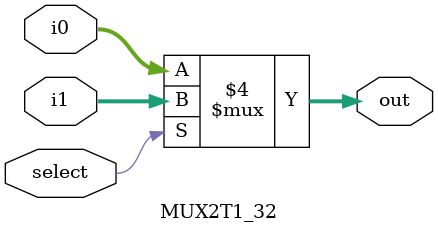
<source format=v>
`timescale 1ns / 1ps
module MUX2T1_32(i0, i1, out, select);
	input [31:0] i0;
	input [31:0] i1;
	output reg [31:0] out;
	input select;
	
	always @(i0 or i1 or select) begin
		if(select == 0) out = i0;
		else out = i1;
	end
endmodule

</source>
